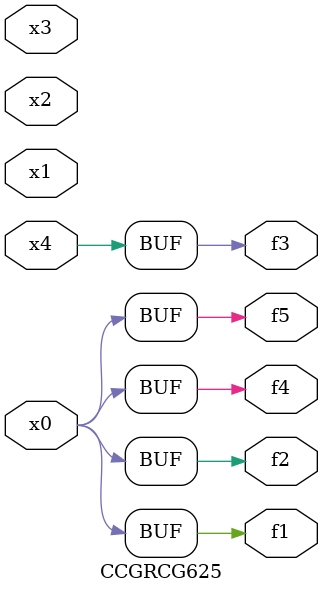
<source format=v>
module CCGRCG625(
	input x0, x1, x2, x3, x4,
	output f1, f2, f3, f4, f5
);
	assign f1 = x0;
	assign f2 = x0;
	assign f3 = x4;
	assign f4 = x0;
	assign f5 = x0;
endmodule

</source>
